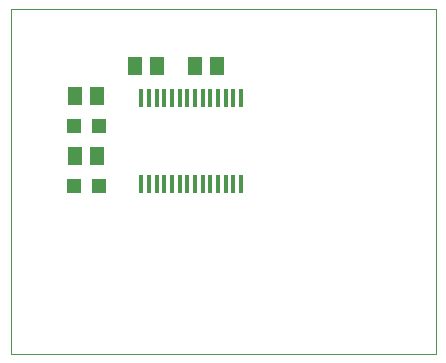
<source format=gtp>
G75*
G70*
%OFA0B0*%
%FSLAX24Y24*%
%IPPOS*%
%LPD*%
%AMOC8*
5,1,8,0,0,1.08239X$1,22.5*
%
%ADD10C,0.0000*%
%ADD11R,0.0157X0.0591*%
%ADD12R,0.0512X0.0591*%
%ADD13R,0.0472X0.0472*%
D10*
X001046Y003014D02*
X001046Y014530D01*
X015219Y014530D01*
X015219Y003014D01*
X001046Y003014D01*
D11*
X005398Y008701D03*
X005654Y008701D03*
X005910Y008701D03*
X006166Y008701D03*
X006422Y008701D03*
X006678Y008701D03*
X006934Y008701D03*
X007190Y008701D03*
X007445Y008701D03*
X007701Y008701D03*
X007957Y008701D03*
X008213Y008701D03*
X008469Y008701D03*
X008725Y008701D03*
X008725Y011556D03*
X008469Y011556D03*
X008213Y011556D03*
X007957Y011556D03*
X007701Y011556D03*
X007445Y011556D03*
X007190Y011556D03*
X006934Y011556D03*
X006678Y011556D03*
X006422Y011556D03*
X006166Y011556D03*
X005910Y011556D03*
X005654Y011556D03*
X005398Y011556D03*
D12*
X005188Y012629D03*
X005936Y012629D03*
X007188Y012629D03*
X007936Y012629D03*
X003936Y011629D03*
X003188Y011629D03*
X003188Y009629D03*
X003936Y009629D03*
D13*
X003975Y010629D03*
X003148Y010629D03*
X003148Y008629D03*
X003975Y008629D03*
M02*

</source>
